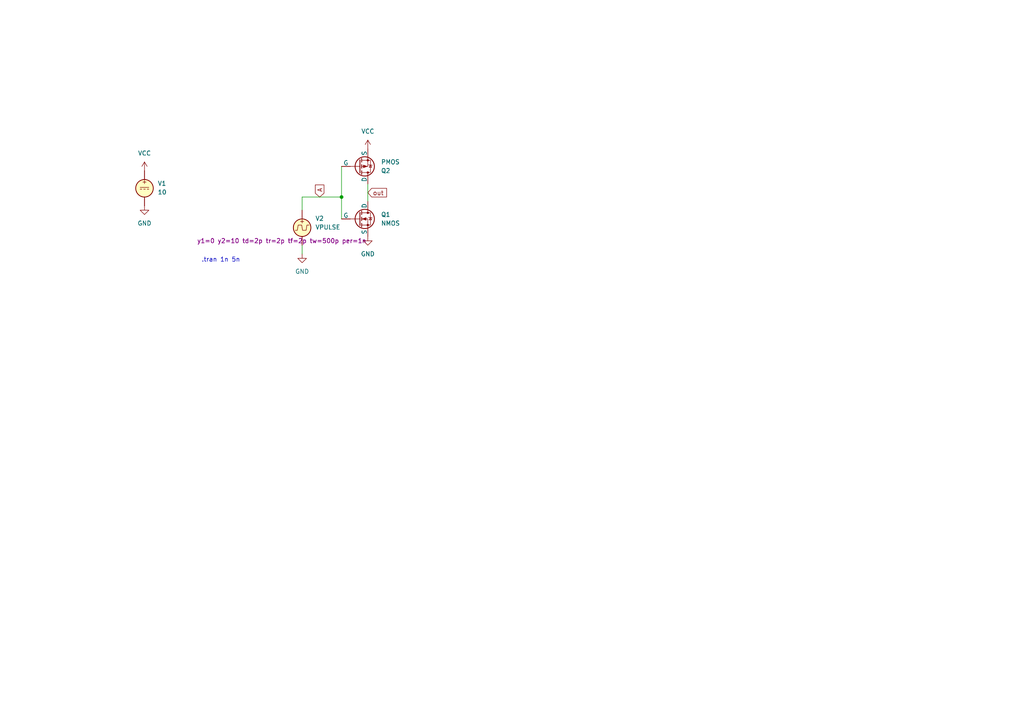
<source format=kicad_sch>
(kicad_sch (version 20230121) (generator eeschema)
  (paper "A4")
  (lib_symbols
    (symbol "Simulation_SPICE:NMOS" (pin_numbers hide) (pin_names (offset 0))
      (property "Reference" "Q" (at 5.08 1.27 0))
      (property "Value" "NMOS" (at 5.08 -1.27 0))
      (symbol "NMOS_0_1"
        (polyline (pts (xy 0.254 0) (xy -2.54 0)))
        (polyline (pts (xy 0.254 1.905) (xy 0.254 -1.905)) (stroke (width 0.254)))
        (polyline (pts (xy 0.762 -1.27) (xy 0.762 -2.286)) (stroke (width 0.254)))
        (polyline (pts (xy 0.762 0.508) (xy 0.762 -0.508)) (stroke (width 0.254)))
        (polyline (pts (xy 0.762 2.286) (xy 0.762 1.27)) (stroke (width 0.254)))
        (polyline (pts (xy 2.54 2.54) (xy 2.54 1.778)))
        (polyline (pts (xy 2.54 -2.54) (xy 2.54 0) (xy 0.762 0)))
        (polyline (pts (xy 0.762 -1.778) (xy 3.302 -1.778) (xy 3.302 1.778) (xy 0.762 1.778)))
        (polyline (pts (xy 1.016 0) (xy 2.032 0.381) (xy 2.032 -0.381) (xy 1.016 0)) (fill (type outline)))
        (polyline (pts (xy 2.794 0.508) (xy 2.921 0.381) (xy 3.683 0.381) (xy 3.81 0.254)))
        (polyline (pts (xy 3.302 0.381) (xy 2.921 -0.254) (xy 3.683 -0.254) (xy 3.302 0.381)))
        (circle (center 1.651 0) (radius 2.794) (stroke (width 0.254)))
        (circle (center 2.54 -1.778) (radius 0.254) (fill (type outline)))
        (circle (center 2.54 1.778) (radius 0.254) (fill (type outline)))
      )
      (symbol "NMOS_1_1"
        (pin passive line (at 2.54 5.08 270) (length 2.54) (name "D") (number "1"))
        (pin input line (at -5.08 0 0) (length 2.54) (name "G") (number "2"))
        (pin passive line (at 2.54 -5.08 90) (length 2.54) (name "S") (number "3"))
      )
    )
    (symbol "Simulation_SPICE:PMOS" (pin_numbers hide) (pin_names (offset 0))
      (property "Reference" "Q" (at 5.08 1.27 0))
      (property "Value" "PMOS" (at 5.08 -1.27 0))
      (symbol "PMOS_0_1"
        (polyline (pts (xy 0.254 0) (xy -2.54 0)))
        (polyline (pts (xy 0.254 1.905) (xy 0.254 -1.905)) (stroke (width 0.254)))
        (polyline (pts (xy 0.762 -1.27) (xy 0.762 -2.286)) (stroke (width 0.254)))
        (polyline (pts (xy 0.762 0.508) (xy 0.762 -0.508)) (stroke (width 0.254)))
        (polyline (pts (xy 0.762 2.286) (xy 0.762 1.27)) (stroke (width 0.254)))
        (polyline (pts (xy 2.54 2.54) (xy 2.54 1.778)))
        (polyline (pts (xy 2.54 -2.54) (xy 2.54 0) (xy 0.762 0)))
        (polyline (pts (xy 0.762 1.778) (xy 3.302 1.778) (xy 3.302 -1.778) (xy 0.762 -1.778)))
        (polyline (pts (xy 2.286 0) (xy 1.27 0.381) (xy 1.27 -0.381) (xy 2.286 0)) (fill (type outline)))
        (polyline (pts (xy 2.794 -0.508) (xy 2.921 -0.381) (xy 3.683 -0.381) (xy 3.81 -0.254)))
        (polyline (pts (xy 3.302 -0.381) (xy 2.921 0.254) (xy 3.683 0.254) (xy 3.302 -0.381)))
        (circle (center 1.651 0) (radius 2.794) (stroke (width 0.254)))
        (circle (center 2.54 -1.778) (radius 0.254) (fill (type outline)))
        (circle (center 2.54 1.778) (radius 0.254) (fill (type outline)))
      )
      (symbol "PMOS_1_1"
        (pin passive line (at 2.54 5.08 270) (length 2.54) (name "D") (number "1"))
        (pin input line (at -5.08 0 0) (length 2.54) (name "G") (number "2"))
        (pin passive line (at 2.54 -5.08 90) (length 2.54) (name "S") (number "3"))
      )
    )
    (symbol "Simulation_SPICE:VDC" (pin_numbers hide) (pin_names (offset 0.0254))
      (property "Reference" "V" (at 2.54 2.54 0))
      (property "Value" "1" (at 2.54 0 0))
      (symbol "VDC_0_0"
        (polyline (pts (xy -1.27 0.254) (xy 1.27 0.254)))
        (polyline (pts (xy -0.762 -0.254) (xy -1.27 -0.254)))
        (polyline (pts (xy 0.254 -0.254) (xy -0.254 -0.254)))
        (polyline (pts (xy 1.27 -0.254) (xy 0.762 -0.254)))
        (text "+" (at 0 1.905 0) (effects (font (size 1.27 1.27))))
      )
      (symbol "VDC_0_1"
        (circle (center 0 0) (radius 2.54) (stroke (width 0.254)) (fill (type background)))
      )
      (symbol "VDC_1_1"
        (pin passive line (at 0 5.08 270) (length 2.54) (name "~") (number "1"))
        (pin passive line (at 0 -5.08 90) (length 2.54) (name "~") (number "2"))
      )
    )
    (symbol "Simulation_SPICE:VPULSE" (pin_numbers hide) (pin_names (offset 0.0254))
      (property "Reference" "V" (at 2.54 2.54 0))
      (property "Value" "VPULSE" (at 2.54 0 0))
      (property "Sim.Params" "y1=0 y2=1 td=2n tr=2n tf=2n tw=50n per=100n" (at 2.54 -2.54 0))
      (symbol "VPULSE_0_0"
        (polyline (pts (xy -2.032 -0.762) (xy -1.397 -0.762) (xy -1.143 0.762) (xy -0.127 0.762) (xy 0.127 -0.762) (xy 1.143 -0.762) (xy 1.397 0.762) (xy 2.032 0.762)))
        (text "+" (at 0 1.905 0) (effects (font (size 1.27 1.27))))
      )
      (symbol "VPULSE_0_1"
        (circle (center 0 0) (radius 2.54) (stroke (width 0.254)) (fill (type background)))
      )
      (symbol "VPULSE_1_1"
        (pin passive line (at 0 5.08 270) (length 2.54) (name "~") (number "1"))
        (pin passive line (at 0 -5.08 90) (length 2.54) (name "~") (number "2"))
      )
    )
    (symbol "power:GND" (power) (pin_names (offset 0))
      (property "Value" "GND" (at 0 -3.81 0))
      (symbol "GND_0_1"
        (polyline (pts (xy 0 0) (xy 0 -1.27) (xy 1.27 -1.27) (xy 0 -2.54) (xy -1.27 -1.27) (xy 0 -1.27)))
      )
      (symbol "GND_1_1"
        (pin power_in line (at 0 0 270) (length 0) hide (name "GND") (number "1"))
      )
    )
    (symbol "power:VCC" (power) (pin_names (offset 0))
      (property "Value" "VCC" (at 0 3.81 0))
      (symbol "VCC_0_1"
        (polyline (pts (xy -0.762 1.27) (xy 0 2.54)))
        (polyline (pts (xy 0 0) (xy 0 2.54)))
        (polyline (pts (xy 0 2.54) (xy 0.762 1.27)))
      )
      (symbol "VCC_1_1"
        (pin power_in line (at 0 0 90) (length 0) hide (name "VCC") (number "1"))
      )
    )
  )
  (junction (at 99.06 57.15))
  (wire (pts (xy 99.06 48.26) (xy 99.06 57.15)))
  (wire (pts (xy 99.06 57.15) (xy 99.06 63.5)))
  (wire (pts (xy 106.68 53.34) (xy 106.68 58.42)))
  (wire (pts (xy 87.63 57.15) (xy 99.06 57.15)))
  (wire (pts (xy 87.63 73.66) (xy 87.63 71.12)))
  (wire (pts (xy 87.63 60.96) (xy 87.63 57.15)))
  (text ".tran 1n 5n\n" (at 58.42 76.2 0) (effects (font (size 1.27 1.27)) (justify left bottom)))
  (global_label "out" (shape input) (at 106.68 55.88 0) (property "Intersheetrefs" "${INTERSHEET_REFS}" (effects hide)))
  (global_label "A" (shape input) (at 92.71 57.15 90) (property "Intersheetrefs" "${INTERSHEET_REFS}" (effects hide)))
  (symbol (lib_id "power:VCC") (at 41.91 49.53 0) (unit 1)
    (property "Reference" "#PWR02" (effects hide))
    (property "Value" "VCC" (at 41.91 44.45 0))
  )
  (symbol (lib_id "Simulation_SPICE:VDC") (at 41.91 54.61 0) (unit 1)
    (property "Reference" "V1" (at 45.72 53.2102 0) (effects (justify left)))
    (property "Value" "10" (at 45.72 55.7502 0) (effects (justify left)))
    (property "Sim.Pins" "1=+ 2=-" (effects hide))
    (property "Sim.Type" "DC" (effects hide))
    (property "Sim.Device" "V" (effects hide))
  )
  (symbol (lib_id "Simulation_SPICE:NMOS") (at 104.14 63.5 0) (unit 1)
    (property "Reference" "Q1" (at 110.49 62.23 0) (effects (justify left)))
    (property "Value" "NMOS" (at 110.49 64.77 0) (effects (justify left)))
    (property "Datasheet" "https://ngspice.sourceforge.io/docs/ngspice-manual.pdf" (effects hide))
    (property "Sim.Device" "NMOS" (effects hide))
    (property "Sim.Type" "MOS1" (effects hide))
    (property "Sim.Pins" "1=D 2=G 3=S" (effects hide))
  )
  (symbol (lib_id "Simulation_SPICE:VPULSE") (at 87.63 66.04 0) (unit 1)
    (property "Reference" "V2" (at 91.44 63.3702 0) (effects (justify left)))
    (property "Value" "VPULSE" (at 91.44 65.9102 0) (effects (justify left)))
    (property "Sim.Pins" "1=+ 2=-" (effects hide))
    (property "Sim.Type" "PULSE" (effects hide))
    (property "Sim.Device" "V" (effects hide))
    (property "Sim.Params" "y1=0 y2=10 td=2p tr=2p tf=2p tw=500p per=1n" (at 57.15 69.85 0) (effects (justify left)))
  )
  (symbol (lib_id "power:VCC") (at 106.68 43.18 0) (unit 1)
    (property "Reference" "#PWR03" (effects hide))
    (property "Value" "VCC" (at 106.68 38.1 0))
  )
  (symbol (lib_id "power:GND") (at 87.63 73.66 0) (unit 1)
    (property "Reference" "#PWR05" (effects hide))
    (property "Value" "GND" (at 87.63 78.74 0))
  )
  (symbol (lib_id "power:GND") (at 41.91 59.69 0) (unit 1)
    (property "Reference" "#PWR01" (effects hide))
    (property "Value" "GND" (at 41.91 64.77 0))
  )
  (symbol (lib_id "Simulation_SPICE:PMOS") (at 104.14 48.26 0) (mirror x) (unit 1)
    (property "Reference" "Q2" (at 110.49 49.53 0) (effects (justify left)))
    (property "Value" "PMOS" (at 110.49 46.99 0) (effects (justify left)))
    (property "Datasheet" "https://ngspice.sourceforge.io/docs/ngspice-manual.pdf" (effects hide))
    (property "Sim.Device" "PMOS" (effects hide))
    (property "Sim.Type" "MOS1" (effects hide))
    (property "Sim.Pins" "1=D 2=G 3=S" (effects hide))
  )
  (symbol (lib_id "power:GND") (at 106.68 68.58 0) (unit 1)
    (property "Reference" "#PWR04" (effects hide))
    (property "Value" "GND" (at 106.68 73.66 0))
  )
)
</source>
